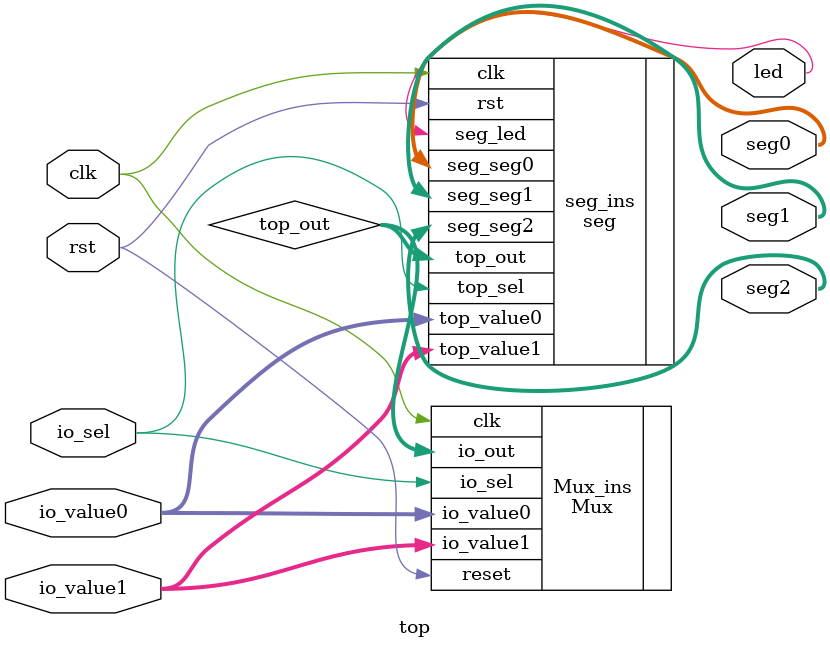
<source format=v>
module top (
    input           clk,
    input           rst,

    input   [2:0]   io_value0,
                    io_value1,
    input           io_sel, 

    output  [7:0]   seg0,   //value0
    output  [7:0]   seg1,   //value1
    output  [7:0]   seg2,   //out
    output          led     //sel
);

    reg     [2:0]   top_out;


    Mux Mux_ins(
        .clk(clk),
        .reset(rst),
        .io_value0(io_value0),
        .io_value1(io_value1),
        .io_sel(io_sel),
        .io_out(top_out)
    );

    seg seg_ins(
        .clk(clk),
        .rst(rst),
        .top_sel(io_sel),
        .top_value0(io_value0),
        .top_value1(io_value1),
        .top_out(top_out),
        .seg_seg0(seg0),
        .seg_seg1(seg1),
        .seg_seg2(seg2),
        .seg_led(led)
    );













endmodule


</source>
